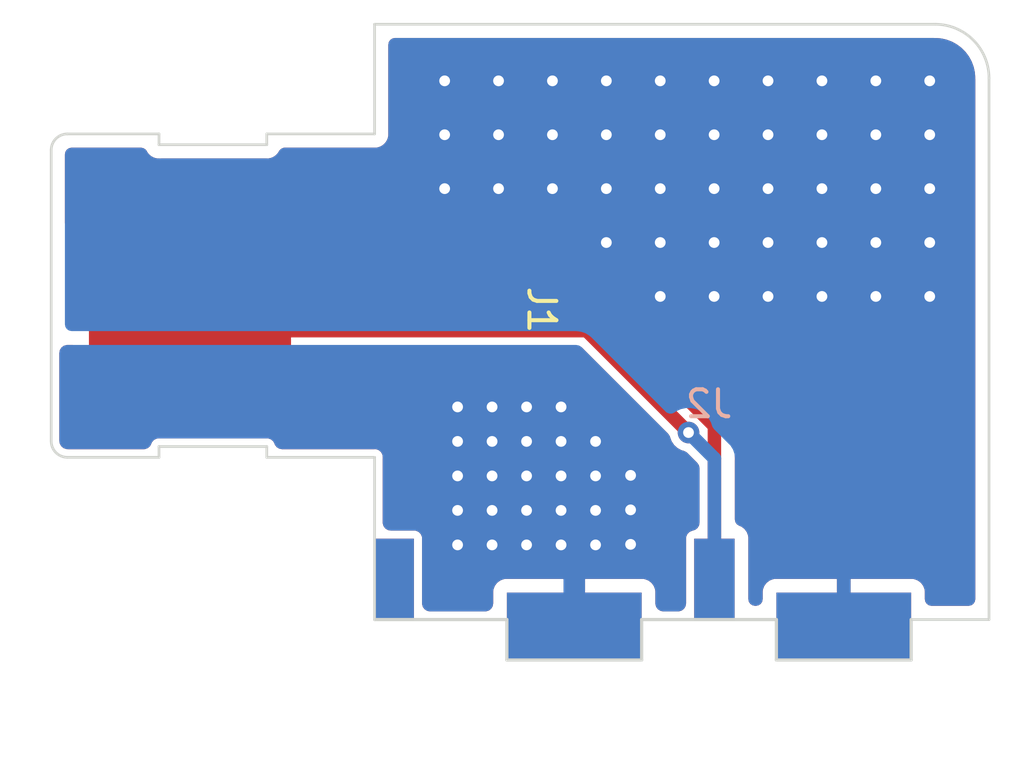
<source format=kicad_pcb>
(kicad_pcb (version 20211014) (generator pcbnew)
  (layers (0 "F.Cu" signal) (31 "B.Cu" signal) (34 "B.Paste" user) (35 "F.Paste" user) (36 "B.SilkS" user "B.Silkscreen") (37 "F.SilkS" user "F.Silkscreen") (38 "B.Mask" user) (39 "F.Mask" user) (44 "Edge.Cuts" user))
  (net 0 "")
  (net 1 "Net-(J1-Pad1)")
  (net 2 "Net-(J1-Pad2)")
  (net 3 "Net-(J1-Pad3)")
  (net 4 "Net-(J1-Pad4)")
  (net 5 "Net-(J1-Pad5)")
  (footprint "BBLS:USB" (layer "F.Cu") (at 150 100 -90)
    (fp_text reference "J1" (at 0.5 -6.1 -90 unlocked) (layer "F.SilkS"))
    (fp_text value "USB_A")
    (fp_line (start 5.57 8.1) (end 5.57 4.1) (layer "Edge.Cuts") (width 0.1))
    (fp_line (start -5.63 8.1) (end -5.63 4.1) (layer "Edge.Cuts") (width 0.1))
    (fp_line (start 5.36 12.1) (end -5.43 12.1) (layer "Edge.Cuts") (width 0.1))
    (fp_line (start -6.03 11.5) (end -6.03 8.1) (layer "Edge.Cuts") (width 0.1))
    (fp_line (start 5.57 4.1) (end 5.97 4.1) (layer "Edge.Cuts") (width 0.1))
    (fp_line (start 5.97 4.1) (end 5.97 0.1) (layer "Edge.Cuts") (width 0.1))
    (fp_line (start -6.03 8.1) (end -5.63 8.1) (layer "Edge.Cuts") (width 0.1))
    (fp_line (start 5.97 8.1) (end 5.97 11.5) (layer "Edge.Cuts") (width 0.1))
    (fp_line (start -5.63 4.1) (end -6.03 4.1) (layer "Edge.Cuts") (width 0.1))
    (fp_line (start -6.03 4.1) (end -6.03 0.1) (layer "Edge.Cuts") (width 0.1))
    (fp_line (start 5.97 8.1) (end 5.57 8.1) (layer "Edge.Cuts") (width 0.1))
    (fp_arc (start 5.97 11.5) (mid 5.794264 11.924264) (end 5.37 12.1) (layer "Edge.Cuts") (width 0.1))
    (fp_arc (start -5.43 12.1) (mid -5.854264 11.924264) (end -6.03 11.5) (layer "Edge.Cuts") (width 0.1))
    (pad "1" connect rect (at 3.78 7.2 270) (size 1.9 8) (layers "F.Cu" "F.Mask") (net 1 "Net-(J1-Pad1)"))
    (pad "2" connect rect (at 1.27 6.95 270) (size 2 7.5) (layers "F.Cu" "F.Mask") (net 2 "Net-(J1-Pad2)"))
    (pad "3" connect rect (at -1.33 6.95 270) (size 2 7.5) (layers "F.Cu" "F.Mask") (net 3 "Net-(J1-Pad3)"))
    (pad "4" connect rect (at -3.84 7.2 270) (size 1.9 8) (layers "F.Cu" "F.Mask") (net 4 "Net-(J1-Pad4)"))
  )
  (footprint "BBLS:USB-vertical" (layer "B.Cu") (at 162.31 110.99 180)
    (fp_text reference "J2" (at 0 7 unlocked) (layer "B.SilkS") (effects (justify mirror)))
    (fp_text value "Conn_01x05")
    (fp_line (start -2.5 -2.5) (end -2.5 -1) (layer "Edge.Cuts") (width 0.12))
    (fp_line (start 7.5 -1) (end 12.4 -1) (layer "Edge.Cuts") (width 0.12))
    (fp_line (start -2.5 -1) (end 2.5 -1) (layer "Edge.Cuts") (width 0.12))
    (fp_line (start -7.5 -2.5) (end -2.5 -2.5) (layer "Edge.Cuts") (width 0.12))
    (fp_line (start -7.5 -1) (end -7.5 -2.5) (layer "Edge.Cuts") (width 0.12))
    (fp_line (start 2.5 -1) (end 2.5 -2.5) (layer "Edge.Cuts") (width 0.12))
    (fp_line (start 2.5 -2.5) (end 7.5 -2.5) (layer "Edge.Cuts") (width 0.12))
    (fp_line (start 7.5 -2.5) (end 7.5 -1) (layer "Edge.Cuts") (width 0.12))
    (pad "1" smd rect (at 5 -1.25 270) (size 2.5 5) (layers "F.Cu" "F.Paste" "F.Mask") (net 1 "Net-(J1-Pad1)"))
    (pad "1" smd rect (at 5 -1.25 90) (size 2.5 5) (layers "B.Cu" "B.Paste" "B.Mask") (net 1 "Net-(J1-Pad1)"))
    (pad "2" smd rect (at -0.2 0.5 180) (size 1.5 3) (layers "F.Cu" "F.Paste" "F.Mask") (net 3 "Net-(J1-Pad3)"))
    (pad "3" smd rect (at -0.2 0.5) (size 1.5 3) (layers "B.Cu" "B.Paste" "B.Mask") (net 2 "Net-(J1-Pad2)"))
    (pad "4" smd rect (at -5 -1.25 270) (size 2.5 5) (layers "F.Cu" "F.Paste" "F.Mask") (net 4 "Net-(J1-Pad4)"))
    (pad "4" smd rect (at -5 -1.25 90) (size 2.5 5) (layers "B.Cu" "B.Paste" "B.Mask") (net 4 "Net-(J1-Pad4)"))
    (pad "5" smd rect (at 11.7 0.5) (size 1.5 3) (layers "F.Cu" "F.Paste" "F.Mask") (net 5 "Net-(J1-Pad5)"))
    (pad "5" smd rect (at 11.7 0.5) (size 1.5 3) (layers "B.Cu" "B.Paste" "B.Mask") (net 5 "Net-(J1-Pad5)"))
  )
  (gr_line (start 169.81 111.99) (end 172.7 111.99) (layer "Edge.Cuts") (width 0.1))
  (gr_line (start 172.7 111.99) (end 172.7 91.9) (layer "Edge.Cuts") (width 0.1))
  (gr_arc (start 170.7 89.9) (mid 172.114214 90.485786) (end 172.7 91.9) (layer "Edge.Cuts") (width 0.1))
  (gr_line (start 149.9 93.97) (end 149.9 89.9) (layer "Edge.Cuts") (width 0.1))
  (gr_line (start 149.9 105.97) (end 149.9 112) (layer "Edge.Cuts") (width 0.1))
  (gr_line (start 170.7 89.9) (end 149.9 89.9) (layer "Edge.Cuts") (width 0.1))
  (via (at 158.1 105.38) (size 0.8) (drill 0.4) (layers "F.Cu" "B.Cu") (net 1))
  (via (at 159.4 106.64) (size 0.8) (drill 0.4) (layers "F.Cu" "B.Cu") (net 1))
  (via (at 156.82 107.94) (size 0.8) (drill 0.4) (layers "F.Cu" "B.Cu") (net 1))
  (via (at 155.54 107.94) (size 0.8) (drill 0.4) (layers "F.Cu" "B.Cu") (net 1))
  (via (at 155.54 109.22) (size 0.8) (drill 0.4) (layers "F.Cu" "B.Cu") (net 1))
  (via (at 159.4 107.92) (size 0.8) (drill 0.4) (layers "F.Cu" "B.Cu") (net 1))
  (via (at 155.54 105.38) (size 0.8) (drill 0.4) (layers "F.Cu" "B.Cu") (net 1))
  (via (at 156.82 105.38) (size 0.8) (drill 0.4) (layers "F.Cu" "B.Cu") (net 1))
  (via (at 154.26 104.1) (size 0.8) (drill 0.4) (layers "F.Cu" "B.Cu") (net 1))
  (via (at 152.98 109.22) (size 0.8) (drill 0.4) (layers "F.Cu" "B.Cu") (net 1))
  (via (at 154.26 105.38) (size 0.8) (drill 0.4) (layers "F.Cu" "B.Cu") (net 1))
  (via (at 152.98 105.38) (size 0.8) (drill 0.4) (layers "F.Cu" "B.Cu") (net 1))
  (via (at 158.1 107.94) (size 0.8) (drill 0.4) (layers "F.Cu" "B.Cu") (net 1))
  (via (at 154.26 107.94) (size 0.8) (drill 0.4) (layers "F.Cu" "B.Cu") (net 1))
  (via (at 156.82 104.1) (size 0.8) (drill 0.4) (layers "F.Cu" "B.Cu") (net 1))
  (via (at 152.98 106.66) (size 0.8) (drill 0.4) (layers "F.Cu" "B.Cu") (net 1))
  (via (at 156.82 106.66) (size 0.8) (drill 0.4) (layers "F.Cu" "B.Cu") (net 1))
  (via (at 155.54 106.66) (size 0.8) (drill 0.4) (layers "F.Cu" "B.Cu") (net 1))
  (via (at 158.1 106.66) (size 0.8) (drill 0.4) (layers "F.Cu" "B.Cu") (net 1))
  (via (at 154.26 106.66) (size 0.8) (drill 0.4) (layers "F.Cu" "B.Cu") (net 1))
  (via (at 154.26 109.22) (size 0.8) (drill 0.4) (layers "F.Cu" "B.Cu") (net 1))
  (via (at 152.98 107.94) (size 0.8) (drill 0.4) (layers "F.Cu" "B.Cu") (net 1))
  (via (at 152.98 104.1) (size 0.8) (drill 0.4) (layers "F.Cu" "B.Cu") (net 1))
  (via (at 156.82 109.22) (size 0.8) (drill 0.4) (layers "F.Cu" "B.Cu") (net 1))
  (via (at 159.4 109.2) (size 0.8) (drill 0.4) (layers "F.Cu" "B.Cu") (net 1))
  (via (at 158.1 109.22) (size 0.8) (drill 0.4) (layers "F.Cu" "B.Cu") (net 1))
  (via (at 155.54 104.1) (size 0.8) (drill 0.4) (layers "F.Cu" "B.Cu") (net 1))
  (segment (start 157.767918 101.27) (end 143.05 101.27) (width 0.5) (layer "F.Cu") (net 2))
  (segment (start 157.768624 101.27) (end 161.549312 105.050688) (width 0.5) (layer "F.Cu") (net 2))
  (segment (start 157.767918 101.27) (end 157.768624 101.27) (width 0.5) (layer "F.Cu") (net 2))
  (via (at 161.549312 105.050688) (size 0.8) (drill 0.4) (layers "F.Cu" "B.Cu") (net 2))
  (segment (start 161.549312 105.050688) (end 162.51 106.011376) (width 0.5) (layer "B.Cu") (net 2))
  (segment (start 162.51 106.011376) (end 162.51 110.49) (width 0.5) (layer "B.Cu") (net 2))
  (segment (start 162.51 104.81) (end 162.51 110.49) (width 0.5) (layer "F.Cu") (net 3))
  (segment (start 156.37 98.67) (end 162.51 104.81) (width 0.5) (layer "F.Cu") (net 3))
  (segment (start 143.05 98.67) (end 156.37 98.67) (width 0.5) (layer "F.Cu") (net 3))
  (via (at 166.5 100) (size 0.8) (drill 0.4) (layers "F.Cu" "B.Cu") (net 4))
  (via (at 160.5 100) (size 0.8) (drill 0.4) (layers "F.Cu" "B.Cu") (net 4))
  (via (at 164.5 96) (size 0.8) (drill 0.4) (layers "F.Cu" "B.Cu") (net 4))
  (via (at 160.5 94) (size 0.8) (drill 0.4) (layers "F.Cu" "B.Cu") (net 4))
  (via (at 156.5 92) (size 0.8) (drill 0.4) (layers "F.Cu" "B.Cu") (net 4))
  (via (at 162.5 94) (size 0.8) (drill 0.4) (layers "F.Cu" "B.Cu") (net 4))
  (via (at 156.5 94) (size 0.8) (drill 0.4) (layers "F.Cu" "B.Cu") (net 4))
  (via (at 166.5 94) (size 0.8) (drill 0.4) (layers "F.Cu" "B.Cu") (net 4))
  (via (at 154.5 94) (size 0.8) (drill 0.4) (layers "F.Cu" "B.Cu") (net 4))
  (via (at 170.5 100) (size 0.8) (drill 0.4) (layers "F.Cu" "B.Cu") (net 4))
  (via (at 168.5 96) (size 0.8) (drill 0.4) (layers "F.Cu" "B.Cu") (net 4))
  (via (at 168.5 94) (size 0.8) (drill 0.4) (layers "F.Cu" "B.Cu") (net 4))
  (via (at 154.5 92) (size 0.8) (drill 0.4) (layers "F.Cu" "B.Cu") (net 4))
  (via (at 158.5 96) (size 0.8) (drill 0.4) (layers "F.Cu" "B.Cu") (net 4))
  (via (at 170.5 96) (size 0.8) (drill 0.4) (layers "F.Cu" "B.Cu") (net 4))
  (via (at 154.5 96) (size 0.8) (drill 0.4) (layers "F.Cu" "B.Cu") (net 4))
  (via (at 170.5 92) (size 0.8) (drill 0.4) (layers "F.Cu" "B.Cu") (net 4))
  (via (at 160.5 96) (size 0.8) (drill 0.4) (layers "F.Cu" "B.Cu") (net 4))
  (via (at 166.5 92) (size 0.8) (drill 0.4) (layers "F.Cu" "B.Cu") (net 4))
  (via (at 168.5 98) (size 0.8) (drill 0.4) (layers "F.Cu" "B.Cu") (net 4))
  (via (at 162.5 98) (size 0.8) (drill 0.4) (layers "F.Cu" "B.Cu") (net 4))
  (via (at 152.5 92) (size 0.8) (drill 0.4) (layers "F.Cu" "B.Cu") (net 4))
  (via (at 168.5 100) (size 0.8) (drill 0.4) (layers "F.Cu" "B.Cu") (net 4))
  (via (at 164.5 94) (size 0.8) (drill 0.4) (layers "F.Cu" "B.Cu") (net 4))
  (via (at 166.5 96) (size 0.8) (drill 0.4) (layers "F.Cu" "B.Cu") (net 4))
  (via (at 158.5 94) (size 0.8) (drill 0.4) (layers "F.Cu" "B.Cu") (net 4))
  (via (at 168.5 92) (size 0.8) (drill 0.4) (layers "F.Cu" "B.Cu") (net 4))
  (via (at 162.5 100) (size 0.8) (drill 0.4) (layers "F.Cu" "B.Cu") (net 4))
  (via (at 164.5 98) (size 0.8) (drill 0.4) (layers "F.Cu" "B.Cu") (net 4))
  (via (at 166.5 98) (size 0.8) (drill 0.4) (layers "F.Cu" "B.Cu") (net 4))
  (via (at 152.5 96) (size 0.8) (drill 0.4) (layers "F.Cu" "B.Cu") (net 4))
  (via (at 162.5 92) (size 0.8) (drill 0.4) (layers "F.Cu" "B.Cu") (net 4))
  (via (at 170.5 98) (size 0.8) (drill 0.4) (layers "F.Cu" "B.Cu") (net 4))
  (via (at 156.5 96) (size 0.8) (drill 0.4) (layers "F.Cu" "B.Cu") (net 4))
  (via (at 160.5 92) (size 0.8) (drill 0.4) (layers "F.Cu" "B.Cu") (net 4))
  (via (at 160.5 98) (size 0.8) (drill 0.4) (layers "F.Cu" "B.Cu") (net 4))
  (via (at 162.5 96) (size 0.8) (drill 0.4) (layers "F.Cu" "B.Cu") (net 4))
  (via (at 170.5 94) (size 0.8) (drill 0.4) (layers "F.Cu" "B.Cu") (net 4))
  (via (at 152.5 94) (size 0.8) (drill 0.4) (layers "F.Cu" "B.Cu") (net 4))
  (via (at 158.5 98) (size 0.8) (drill 0.4) (layers "F.Cu" "B.Cu") (net 4))
  (via (at 158.5 92) (size 0.8) (drill 0.4) (layers "F.Cu" "B.Cu") (net 4))
  (via (at 164.5 100) (size 0.8) (drill 0.4) (layers "F.Cu" "B.Cu") (net 4))
  (via (at 164.5 92) (size 0.8) (drill 0.4) (layers "F.Cu" "B.Cu") (net 4))
  (zone (net 1) (net_name "Net-(J1-Pad1)") (layers F&B.Cu) (priority 1) (connect_pads (clearance 0.3)) (min_thickness 0.6) (fill yes (thermal_gap 0.508) (thermal_bridge_width 0.8))
    (polygon (pts (xy 162.2 106.5) (xy 162.2 113.3) (xy 136.7 113.3) (xy 136.7 101.8) (xy 157.5 101.8)))
  )
  (zone (net 4) (net_name "Net-(J1-Pad4)") (layers F&B.Cu) (connect_pads (clearance 0.508)) (min_thickness 0.5) (fill yes (thermal_gap 0.508) (thermal_bridge_width 0.508))
    (polygon (pts (xy 174 116) (xy 136 116) (xy 136 89) (xy 174 89)))
  )
)
</source>
